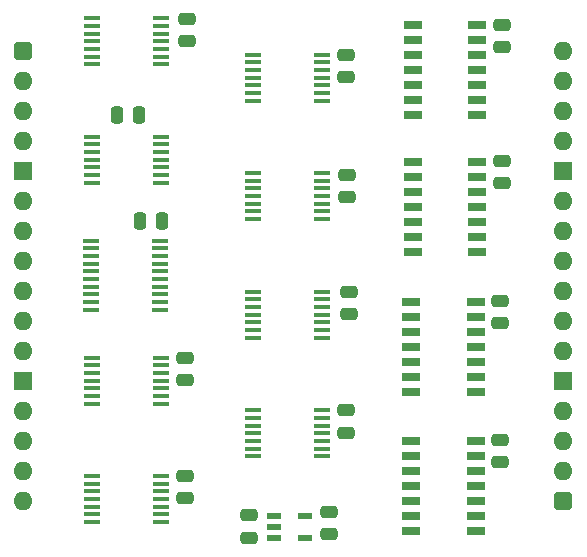
<source format=gts>
%TF.GenerationSoftware,KiCad,Pcbnew,9.0.2*%
%TF.CreationDate,2025-07-03T21:01:19+02:00*%
%TF.ProjectId,Main Memory Abort,4d61696e-204d-4656-9d6f-72792041626f,V0*%
%TF.SameCoordinates,Original*%
%TF.FileFunction,Soldermask,Top*%
%TF.FilePolarity,Negative*%
%FSLAX46Y46*%
G04 Gerber Fmt 4.6, Leading zero omitted, Abs format (unit mm)*
G04 Created by KiCad (PCBNEW 9.0.2) date 2025-07-03 21:01:19*
%MOMM*%
%LPD*%
G01*
G04 APERTURE LIST*
G04 Aperture macros list*
%AMRoundRect*
0 Rectangle with rounded corners*
0 $1 Rounding radius*
0 $2 $3 $4 $5 $6 $7 $8 $9 X,Y pos of 4 corners*
0 Add a 4 corners polygon primitive as box body*
4,1,4,$2,$3,$4,$5,$6,$7,$8,$9,$2,$3,0*
0 Add four circle primitives for the rounded corners*
1,1,$1+$1,$2,$3*
1,1,$1+$1,$4,$5*
1,1,$1+$1,$6,$7*
1,1,$1+$1,$8,$9*
0 Add four rect primitives between the rounded corners*
20,1,$1+$1,$2,$3,$4,$5,0*
20,1,$1+$1,$4,$5,$6,$7,0*
20,1,$1+$1,$6,$7,$8,$9,0*
20,1,$1+$1,$8,$9,$2,$3,0*%
G04 Aperture macros list end*
%ADD10R,1.550000X0.650000*%
%ADD11RoundRect,0.250000X-0.475000X0.250000X-0.475000X-0.250000X0.475000X-0.250000X0.475000X0.250000X0*%
%ADD12R,1.475000X0.450000*%
%ADD13RoundRect,0.250000X0.250000X0.475000X-0.250000X0.475000X-0.250000X-0.475000X0.250000X-0.475000X0*%
%ADD14RoundRect,0.250000X0.475000X-0.250000X0.475000X0.250000X-0.475000X0.250000X-0.475000X-0.250000X0*%
%ADD15RoundRect,0.400000X0.400000X0.400000X-0.400000X0.400000X-0.400000X-0.400000X0.400000X-0.400000X0*%
%ADD16O,1.600000X1.600000*%
%ADD17R,1.600000X1.600000*%
%ADD18RoundRect,0.400000X-0.400000X-0.400000X0.400000X-0.400000X0.400000X0.400000X-0.400000X0.400000X0*%
%ADD19R,1.150000X0.600000*%
G04 APERTURE END LIST*
D10*
%TO.C,IC13*%
X32962000Y2159000D03*
X32962000Y889000D03*
X32962000Y-381000D03*
X32962000Y-1651000D03*
X32962000Y-2921000D03*
X32962000Y-4191000D03*
X32962000Y-5461000D03*
X38412000Y-5461000D03*
X38412000Y-4191000D03*
X38412000Y-2921000D03*
X38412000Y-1651000D03*
X38412000Y-381000D03*
X38412000Y889000D03*
X38412000Y2159000D03*
%TD*%
D11*
%TO.C,C1*%
X40386000Y-32975000D03*
X40386000Y-34875000D03*
%TD*%
%TO.C,C15*%
X13682000Y-36023000D03*
X13682000Y-37923000D03*
%TD*%
D12*
%TO.C,IC2*%
X19397000Y-351000D03*
X19397000Y-1001000D03*
X19397000Y-1651000D03*
X19397000Y-2301000D03*
X19397000Y-2951000D03*
X19397000Y-3601000D03*
X19397000Y-4251000D03*
X25273000Y-4251000D03*
X25273000Y-3601000D03*
X25273000Y-2951000D03*
X25273000Y-2301000D03*
X25273000Y-1651000D03*
X25273000Y-1001000D03*
X25273000Y-351000D03*
%TD*%
%TO.C,IC3*%
X5715000Y-16099000D03*
X5715000Y-16749000D03*
X5715000Y-17399000D03*
X5715000Y-18049000D03*
X5715000Y-18699000D03*
X5715000Y-19349000D03*
X5715000Y-19999000D03*
X5715000Y-20649000D03*
X5715000Y-21299000D03*
X5715000Y-21949000D03*
X11591000Y-21949000D03*
X11591000Y-21299000D03*
X11591000Y-20649000D03*
X11591000Y-19999000D03*
X11591000Y-19349000D03*
X11591000Y-18699000D03*
X11591000Y-18049000D03*
X11591000Y-17399000D03*
X11591000Y-16749000D03*
X11591000Y-16099000D03*
%TD*%
%TO.C,IC8*%
X19414000Y-10369000D03*
X19414000Y-11019000D03*
X19414000Y-11669000D03*
X19414000Y-12319000D03*
X19414000Y-12969000D03*
X19414000Y-13619000D03*
X19414000Y-14269000D03*
X25290000Y-14269000D03*
X25290000Y-13619000D03*
X25290000Y-12969000D03*
X25290000Y-12319000D03*
X25290000Y-11669000D03*
X25290000Y-11019000D03*
X25290000Y-10369000D03*
%TD*%
D11*
%TO.C,C14*%
X27288000Y-30450000D03*
X27288000Y-32350000D03*
%TD*%
D12*
%TO.C,IC10*%
X19397000Y-20417000D03*
X19397000Y-21067000D03*
X19397000Y-21717000D03*
X19397000Y-22367000D03*
X19397000Y-23017000D03*
X19397000Y-23667000D03*
X19397000Y-24317000D03*
X25273000Y-24317000D03*
X25273000Y-23667000D03*
X25273000Y-23017000D03*
X25273000Y-22367000D03*
X25273000Y-21717000D03*
X25273000Y-21067000D03*
X25273000Y-20417000D03*
%TD*%
D13*
%TO.C,C12*%
X9824000Y-5461000D03*
X7924000Y-5461000D03*
%TD*%
D10*
%TO.C,IC15*%
X32835000Y-21251300D03*
X32835000Y-22521300D03*
X32835000Y-23791300D03*
X32835000Y-25061300D03*
X32835000Y-26331300D03*
X32835000Y-27601300D03*
X32835000Y-28871300D03*
X38285000Y-28871300D03*
X38285000Y-27601300D03*
X38285000Y-26331300D03*
X38285000Y-25061300D03*
X38285000Y-23791300D03*
X38285000Y-22521300D03*
X38285000Y-21251300D03*
%TD*%
D13*
%TO.C,C8*%
X11763000Y-14456000D03*
X9863000Y-14456000D03*
%TD*%
D11*
%TO.C,C3*%
X27288000Y-351000D03*
X27288000Y-2251000D03*
%TD*%
D12*
%TO.C,IC9*%
X5808000Y-7291000D03*
X5808000Y-7941000D03*
X5808000Y-8591000D03*
X5808000Y-9241000D03*
X5808000Y-9891000D03*
X5808000Y-10541000D03*
X5808000Y-11191000D03*
X11684000Y-11191000D03*
X11684000Y-10541000D03*
X11684000Y-9891000D03*
X11684000Y-9241000D03*
X11684000Y-8591000D03*
X11684000Y-7941000D03*
X11684000Y-7291000D03*
%TD*%
D10*
%TO.C,IC14*%
X32962000Y-9398000D03*
X32962000Y-10668000D03*
X32962000Y-11938000D03*
X32962000Y-13208000D03*
X32962000Y-14478000D03*
X32962000Y-15748000D03*
X32962000Y-17018000D03*
X38412000Y-17018000D03*
X38412000Y-15748000D03*
X38412000Y-14478000D03*
X38412000Y-13208000D03*
X38412000Y-11938000D03*
X38412000Y-10668000D03*
X38412000Y-9398000D03*
%TD*%
D14*
%TO.C,C10*%
X19080000Y-41254000D03*
X19080000Y-39354000D03*
%TD*%
D10*
%TO.C,IC16*%
X32835000Y-33020000D03*
X32835000Y-34290000D03*
X32835000Y-35560000D03*
X32835000Y-36830000D03*
X32835000Y-38100000D03*
X32835000Y-39370000D03*
X32835000Y-40640000D03*
X38285000Y-40640000D03*
X38285000Y-39370000D03*
X38285000Y-38100000D03*
X38285000Y-36830000D03*
X38285000Y-35560000D03*
X38285000Y-34290000D03*
X38285000Y-33020000D03*
%TD*%
D15*
%TO.C,J3*%
X45720000Y-38100000D03*
D16*
X45720000Y-35560000D03*
X45720000Y-33020000D03*
X45720000Y-30480000D03*
D17*
X45720000Y-27940000D03*
D16*
X45720000Y-25400000D03*
X45720000Y-22860000D03*
X45720000Y-20320000D03*
X45720000Y-17780000D03*
X45720000Y-15240000D03*
X45720000Y-12700000D03*
D17*
X45720000Y-10160000D03*
D16*
X45720000Y-7620000D03*
X45720000Y-5080000D03*
X45720000Y-2540000D03*
X45720000Y0D03*
%TD*%
D11*
%TO.C,C11*%
X25908000Y-39071000D03*
X25908000Y-40971000D03*
%TD*%
%TO.C,C9*%
X27559000Y-20402000D03*
X27559000Y-22302000D03*
%TD*%
%TO.C,C6*%
X40386000Y-21164000D03*
X40386000Y-23064000D03*
%TD*%
D18*
%TO.C,J1*%
X0Y0D03*
D16*
X0Y-2540000D03*
X0Y-5080000D03*
X0Y-7620000D03*
D17*
X0Y-10160000D03*
D16*
X0Y-12700000D03*
X0Y-15240000D03*
X0Y-17780000D03*
X0Y-20320000D03*
X0Y-22860000D03*
X0Y-25400000D03*
D17*
X0Y-27940000D03*
D16*
X0Y-30480000D03*
X0Y-33020000D03*
X0Y-35560000D03*
X0Y-38100000D03*
%TD*%
D11*
%TO.C,C4*%
X40513000Y2204000D03*
X40513000Y304000D03*
%TD*%
%TO.C,C2*%
X27432000Y-10496000D03*
X27432000Y-12396000D03*
%TD*%
D12*
%TO.C,IC17*%
X5791000Y-36023000D03*
X5791000Y-36673000D03*
X5791000Y-37323000D03*
X5791000Y-37973000D03*
X5791000Y-38623000D03*
X5791000Y-39273000D03*
X5791000Y-39923000D03*
X11667000Y-39923000D03*
X11667000Y-39273000D03*
X11667000Y-38623000D03*
X11667000Y-37973000D03*
X11667000Y-37323000D03*
X11667000Y-36673000D03*
X11667000Y-36023000D03*
%TD*%
D19*
%TO.C,IC1*%
X21209000Y-39370000D03*
X21209000Y-40320000D03*
X21209000Y-41270000D03*
X23809000Y-41270000D03*
X23809000Y-39370000D03*
%TD*%
D11*
%TO.C,C13*%
X13682000Y-25990000D03*
X13682000Y-27890000D03*
%TD*%
D12*
%TO.C,IC11*%
X5791000Y-25990000D03*
X5791000Y-26640000D03*
X5791000Y-27290000D03*
X5791000Y-27940000D03*
X5791000Y-28590000D03*
X5791000Y-29240000D03*
X5791000Y-29890000D03*
X11667000Y-29890000D03*
X11667000Y-29240000D03*
X11667000Y-28590000D03*
X11667000Y-27940000D03*
X11667000Y-27290000D03*
X11667000Y-26640000D03*
X11667000Y-25990000D03*
%TD*%
D11*
%TO.C,C7*%
X40513000Y-9353000D03*
X40513000Y-11253000D03*
%TD*%
D12*
%TO.C,IC12*%
X19397000Y-30450000D03*
X19397000Y-31100000D03*
X19397000Y-31750000D03*
X19397000Y-32400000D03*
X19397000Y-33050000D03*
X19397000Y-33700000D03*
X19397000Y-34350000D03*
X25273000Y-34350000D03*
X25273000Y-33700000D03*
X25273000Y-33050000D03*
X25273000Y-32400000D03*
X25273000Y-31750000D03*
X25273000Y-31100000D03*
X25273000Y-30450000D03*
%TD*%
%TO.C,IC7*%
X5808000Y2742000D03*
X5808000Y2092000D03*
X5808000Y1442000D03*
X5808000Y792000D03*
X5808000Y142000D03*
X5808000Y-508000D03*
X5808000Y-1158000D03*
X11684000Y-1158000D03*
X11684000Y-508000D03*
X11684000Y142000D03*
X11684000Y792000D03*
X11684000Y1442000D03*
X11684000Y2092000D03*
X11684000Y2742000D03*
%TD*%
D11*
%TO.C,C5*%
X13843000Y2712000D03*
X13843000Y812000D03*
%TD*%
M02*

</source>
